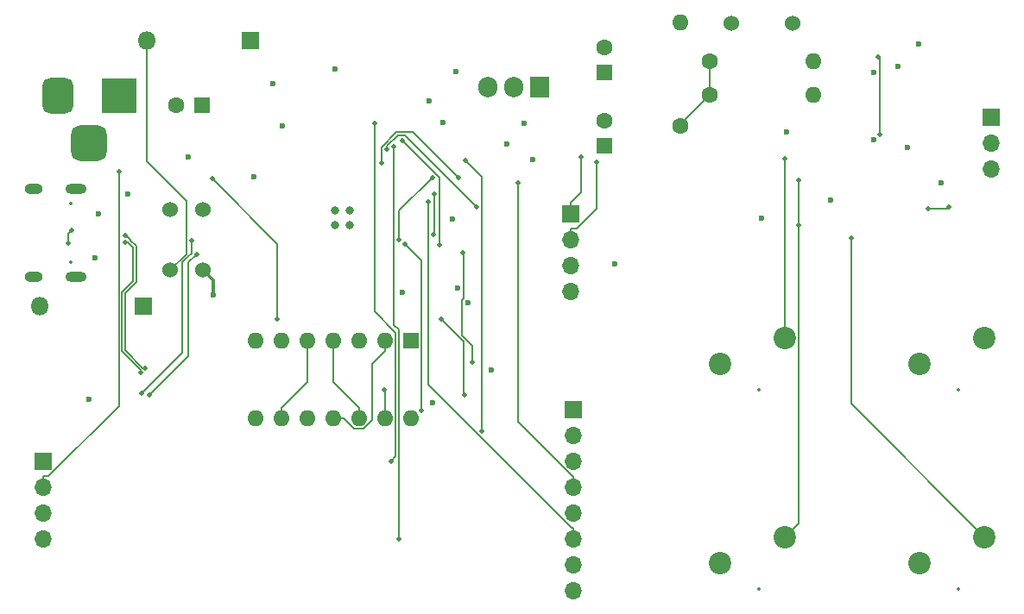
<source format=gbl>
%TF.GenerationSoftware,KiCad,Pcbnew,8.0.8*%
%TF.CreationDate,2025-02-13T18:12:52+13:00*%
%TF.ProjectId,Intelliwatch-Mk-II,496e7465-6c6c-4697-9761-7463682d4d6b,1.?*%
%TF.SameCoordinates,Original*%
%TF.FileFunction,Copper,L4,Bot*%
%TF.FilePolarity,Positive*%
%FSLAX46Y46*%
G04 Gerber Fmt 4.6, Leading zero omitted, Abs format (unit mm)*
G04 Created by KiCad (PCBNEW 8.0.8) date 2025-02-13 18:12:52*
%MOMM*%
%LPD*%
G01*
G04 APERTURE LIST*
G04 Aperture macros list*
%AMRoundRect*
0 Rectangle with rounded corners*
0 $1 Rounding radius*
0 $2 $3 $4 $5 $6 $7 $8 $9 X,Y pos of 4 corners*
0 Add a 4 corners polygon primitive as box body*
4,1,4,$2,$3,$4,$5,$6,$7,$8,$9,$2,$3,0*
0 Add four circle primitives for the rounded corners*
1,1,$1+$1,$2,$3*
1,1,$1+$1,$4,$5*
1,1,$1+$1,$6,$7*
1,1,$1+$1,$8,$9*
0 Add four rect primitives between the rounded corners*
20,1,$1+$1,$2,$3,$4,$5,0*
20,1,$1+$1,$4,$5,$6,$7,0*
20,1,$1+$1,$6,$7,$8,$9,0*
20,1,$1+$1,$8,$9,$2,$3,0*%
G04 Aperture macros list end*
%TA.AperFunction,ComponentPad*%
%ADD10R,1.700000X1.700000*%
%TD*%
%TA.AperFunction,ComponentPad*%
%ADD11O,1.700000X1.700000*%
%TD*%
%TA.AperFunction,ComponentPad*%
%ADD12C,2.200000*%
%TD*%
%TA.AperFunction,ComponentPad*%
%ADD13R,1.600000X1.600000*%
%TD*%
%TA.AperFunction,ComponentPad*%
%ADD14C,1.600000*%
%TD*%
%TA.AperFunction,ComponentPad*%
%ADD15R,1.905000X2.000000*%
%TD*%
%TA.AperFunction,ComponentPad*%
%ADD16O,1.905000X2.000000*%
%TD*%
%TA.AperFunction,ComponentPad*%
%ADD17R,1.800000X1.800000*%
%TD*%
%TA.AperFunction,ComponentPad*%
%ADD18O,1.800000X1.800000*%
%TD*%
%TA.AperFunction,ComponentPad*%
%ADD19O,1.600000X1.600000*%
%TD*%
%TA.AperFunction,ComponentPad*%
%ADD20C,1.524000*%
%TD*%
%TA.AperFunction,HeatsinkPad*%
%ADD21O,2.100000X1.000000*%
%TD*%
%TA.AperFunction,HeatsinkPad*%
%ADD22O,1.800000X1.000000*%
%TD*%
%TA.AperFunction,ComponentPad*%
%ADD23R,3.500000X3.500000*%
%TD*%
%TA.AperFunction,ComponentPad*%
%ADD24RoundRect,0.750000X-0.750000X-1.000000X0.750000X-1.000000X0.750000X1.000000X-0.750000X1.000000X0*%
%TD*%
%TA.AperFunction,ComponentPad*%
%ADD25RoundRect,0.875000X-0.875000X-0.875000X0.875000X-0.875000X0.875000X0.875000X-0.875000X0.875000X0*%
%TD*%
%TA.AperFunction,ComponentPad*%
%ADD26C,0.800000*%
%TD*%
%TA.AperFunction,ViaPad*%
%ADD27C,0.600000*%
%TD*%
%TA.AperFunction,ViaPad*%
%ADD28C,0.500000*%
%TD*%
%TA.AperFunction,Conductor*%
%ADD29C,0.137100*%
%TD*%
%TA.AperFunction,Conductor*%
%ADD30C,0.150000*%
%TD*%
%TA.AperFunction,Conductor*%
%ADD31C,0.300000*%
%TD*%
%ADD32C,0.300000*%
%ADD33C,0.350000*%
%ADD34O,1.700000X0.600000*%
%ADD35O,1.400000X0.600000*%
%ADD36O,1.000000X3.000000*%
%ADD37O,3.000000X1.000000*%
G04 APERTURE END LIST*
D10*
%TO.P,J6,1,SCL*%
%TO.N,I2C_SCL*%
X125250000Y-63550000D03*
D11*
%TO.P,J6,2,SDA*%
%TO.N,I2C_SDA*%
X125250000Y-66090000D03*
%TO.P,J6,3,VCC*%
%TO.N,+5V*%
X125250000Y-68630000D03*
%TO.P,J6,4,GND*%
%TO.N,GND*%
X125250000Y-71170000D03*
%TD*%
D12*
%TO.P,SW6,1,A*%
%TO.N,KEYSW_3*%
X146290000Y-95270000D03*
%TO.P,SW6,2,B*%
%TO.N,GND*%
X139940000Y-97810000D03*
%TD*%
D13*
%TO.P,C11,1*%
%TO.N,+3V3*%
X128600000Y-49700000D03*
D14*
%TO.P,C11,2*%
%TO.N,GND*%
X128600000Y-47200000D03*
%TD*%
D15*
%TO.P,U3,1,IN*%
%TO.N,+BATT*%
X122200000Y-51100000D03*
D16*
%TO.P,U3,2*%
%TO.N,GND*%
X119660000Y-51100000D03*
%TO.P,U3,3,OUT*%
%TO.N,+5V*%
X117120000Y-51100000D03*
%TD*%
D12*
%TO.P,SW5,1,A*%
%TO.N,KEYSW_2*%
X165830000Y-75770000D03*
%TO.P,SW5,2,B*%
%TO.N,GND*%
X159480000Y-78310000D03*
%TD*%
D17*
%TO.P,D4,1,K*%
%TO.N,+BATT*%
X93880000Y-46500000D03*
D18*
%TO.P,D4,2,A*%
%TO.N,Net-(D4-A)*%
X83720000Y-46500000D03*
%TD*%
D10*
%TO.P,J4,1,GND*%
%TO.N,GND*%
X166525000Y-54100000D03*
D11*
%TO.P,J4,2,MODE*%
%TO.N,Net-(J4-MODE)*%
X166525000Y-56640000D03*
%TO.P,J4,3,VCC*%
%TO.N,+5V*%
X166525000Y-59180000D03*
%TD*%
D12*
%TO.P,SW7,1,A*%
%TO.N,KEYSW_4*%
X165830000Y-95270000D03*
%TO.P,SW7,2,B*%
%TO.N,GND*%
X159480000Y-97810000D03*
%TD*%
D13*
%TO.P,C6,1*%
%TO.N,+5V*%
X128600000Y-56882400D03*
D14*
%TO.P,C6,2*%
%TO.N,GND*%
X128600000Y-54382400D03*
%TD*%
D17*
%TO.P,D7,1,K*%
%TO.N,+5V*%
X83330000Y-72600000D03*
D18*
%TO.P,D7,2,A*%
%TO.N,Net-(D5-K)*%
X73170000Y-72600000D03*
%TD*%
D13*
%TO.P,U1,1*%
%TO.N,Net-(U1-Pad1)*%
X109580000Y-75980000D03*
D19*
%TO.P,U1,2*%
%TO.N,RTS*%
X107040000Y-75980000D03*
%TO.P,U1,3*%
%TO.N,GND*%
X104500000Y-75980000D03*
%TO.P,U1,4*%
%TO.N,Net-(U1-Pad12)*%
X101960000Y-75980000D03*
%TO.P,U1,5*%
%TO.N,DTR*%
X99420000Y-75980000D03*
%TO.P,U1,6*%
%TO.N,GND*%
X96880000Y-75980000D03*
%TO.P,U1,7,GND*%
X94340000Y-75980000D03*
%TO.P,U1,8*%
%TO.N,Net-(U1-Pad1)*%
X94340000Y-83600000D03*
%TO.P,U1,9*%
%TO.N,DTR*%
X96880000Y-83600000D03*
%TO.P,U1,10*%
%TO.N,Net-(U1-Pad10)*%
X99420000Y-83600000D03*
%TO.P,U1,11*%
%TO.N,RTS*%
X101960000Y-83600000D03*
%TO.P,U1,12*%
%TO.N,Net-(U1-Pad12)*%
X104500000Y-83600000D03*
%TO.P,U1,13*%
%TO.N,Net-(U1-Pad13)*%
X107040000Y-83600000D03*
%TO.P,U1,14,VCC*%
%TO.N,+3V3*%
X109580000Y-83600000D03*
%TD*%
D20*
%TO.P,SW3,1,A*%
%TO.N,+3V3*%
X89200000Y-63100000D03*
%TO.P,SW3,2,B*%
%TO.N,Net-(J5-LED)*%
X89200000Y-69100000D03*
%TD*%
D21*
%TO.P,J3,S1,SHIELD*%
%TO.N,GND*%
X76800000Y-61100000D03*
D22*
X72600000Y-61100000D03*
D21*
X76800000Y-69740000D03*
D22*
X72600000Y-69740000D03*
%TD*%
D10*
%TO.P,J5,1,LED*%
%TO.N,Net-(J5-LED)*%
X125550000Y-82775000D03*
D11*
%TO.P,J5,2,SCK*%
%TO.N,VSPI_SCL*%
X125550000Y-85315000D03*
%TO.P,J5,3,SDA*%
%TO.N,VSPI_MOSI*%
X125550000Y-87855000D03*
%TO.P,J5,4,A0*%
%TO.N,TFT_A0_DC*%
X125550000Y-90395000D03*
%TO.P,J5,5,RESET*%
%TO.N,+3V3*%
X125550000Y-92935000D03*
%TO.P,J5,6,CS*%
%TO.N,CS_LCD*%
X125550000Y-95475000D03*
%TO.P,J5,7,GND*%
%TO.N,GND*%
X125550000Y-98015000D03*
%TO.P,J5,8,VCC*%
%TO.N,+3V3*%
X125550000Y-100555000D03*
D10*
%TO.P,J5,9,SD_SCK*%
%TO.N,VSPI_SCL*%
X73500000Y-87850000D03*
D11*
%TO.P,J5,10,SD_MISO*%
%TO.N,VSPI_MISO*%
X73500000Y-90390000D03*
%TO.P,J5,11,SD_MOSI*%
%TO.N,VSPI_MOSI*%
X73500000Y-92930000D03*
%TO.P,J5,12,SD_CS*%
%TO.N,CS_SD*%
X73500000Y-95470000D03*
%TD*%
D14*
%TO.P,R1,1*%
%TO.N,Net-(D3-K)*%
X136000000Y-54930000D03*
D19*
%TO.P,R1,2*%
%TO.N,Net-(J1-Pin_1)*%
X136000000Y-44770000D03*
%TD*%
D23*
%TO.P,J2,1*%
%TO.N,Net-(D1-K)*%
X81000000Y-51942500D03*
D24*
%TO.P,J2,2*%
%TO.N,GND*%
X75000000Y-51942500D03*
D25*
%TO.P,J2,3,MountPin*%
X78000000Y-56642500D03*
%TD*%
D20*
%TO.P,J1,1,Pin_1*%
%TO.N,Net-(J1-Pin_1)*%
X141000000Y-44850000D03*
%TO.P,J1,2,Pin_2*%
%TO.N,GND*%
X147000000Y-44850000D03*
%TD*%
D13*
%TO.P,C1,1*%
%TO.N,+BATT*%
X89082400Y-52900000D03*
D14*
%TO.P,C1,2*%
%TO.N,GND*%
X86582400Y-52900000D03*
%TD*%
D12*
%TO.P,SW4,1,A*%
%TO.N,KEYSW_1*%
X146290000Y-75770000D03*
%TO.P,SW4,2,B*%
%TO.N,GND*%
X139940000Y-78310000D03*
%TD*%
D26*
%TO.P,U9,39,GND*%
%TO.N,GND*%
X103600000Y-64650000D03*
X103600000Y-63250000D03*
X102200000Y-64650000D03*
X102200000Y-63250000D03*
%TD*%
D14*
%TO.P,R2,1*%
%TO.N,Net-(D3-K)*%
X138920000Y-48600000D03*
D19*
%TO.P,R2,2*%
%TO.N,GND*%
X149080000Y-48600000D03*
%TD*%
D14*
%TO.P,R3,1*%
%TO.N,Net-(D3-K)*%
X138920000Y-51850000D03*
D19*
%TO.P,R3,2*%
%TO.N,GND*%
X149080000Y-51850000D03*
%TD*%
D20*
%TO.P,SW1,1,A*%
%TO.N,Net-(D1-K)*%
X86000000Y-63100000D03*
%TO.P,SW1,2,B*%
%TO.N,Net-(D4-A)*%
X86000000Y-69100000D03*
%TD*%
D27*
%TO.N,+BATT*%
X102200000Y-49350000D03*
X120700000Y-54700000D03*
X112750000Y-54600000D03*
%TO.N,GND*%
X96100000Y-50800000D03*
X81800000Y-61600000D03*
X158300000Y-57000000D03*
X87800000Y-58000000D03*
X115200000Y-72300000D03*
X157400000Y-49100000D03*
X108800000Y-71300000D03*
X121550000Y-58250000D03*
X111750000Y-82100000D03*
X113700000Y-64100000D03*
X78050000Y-81800000D03*
X111375000Y-52475000D03*
%TO.N,+5V*%
X119000000Y-56700000D03*
%TO.N,+3V3*%
X146400000Y-55500000D03*
X94200000Y-59900000D03*
X159400000Y-46900000D03*
X155000000Y-49700000D03*
X129600000Y-68500000D03*
X150725000Y-62175000D03*
X155000000Y-56300000D03*
X117500000Y-78850000D03*
X114000000Y-49550000D03*
X161600000Y-60500000D03*
X97000000Y-54900000D03*
X144000000Y-63950000D03*
X114200000Y-70862000D03*
D28*
%TO.N,/D+*%
X76300000Y-65200000D03*
X81604500Y-66325000D03*
X76000000Y-66400000D03*
X83070190Y-79129810D03*
D27*
%TO.N,Net-(D5-K)*%
X78937400Y-63562600D03*
X78600000Y-67900000D03*
D28*
%TO.N,/D-*%
X83529810Y-78670190D03*
X81604500Y-65675000D03*
%TO.N,Net-(D8-A)*%
X162367700Y-62857300D03*
X160295900Y-63025000D03*
%TO.N,KEYSW_1*%
X146290000Y-58111400D03*
X110655200Y-82843500D03*
X108994600Y-66484400D03*
%TO.N,KEYSW_3*%
X147633000Y-64694300D03*
X147633000Y-60287100D03*
%TO.N,KEYSW_4*%
X107274700Y-57201800D03*
X152774000Y-65939200D03*
X116047200Y-62898000D03*
%TO.N,CS_SD*%
X108422900Y-95470000D03*
X107954000Y-56952800D03*
%TO.N,VSPI_MOSI*%
X106030900Y-54670700D03*
X107621400Y-87855000D03*
D27*
%TO.N,Net-(J5-LED)*%
X90200000Y-71500000D03*
D28*
%TO.N,VSPI_SCL*%
X114918900Y-58277500D03*
X116525300Y-84861700D03*
%TO.N,TFT_A0_DC*%
X120141700Y-60510100D03*
%TO.N,VSPI_MISO*%
X80954500Y-59393400D03*
%TO.N,CS_LCD*%
X111311200Y-62370000D03*
%TO.N,I2C_SDA*%
X127779900Y-58461100D03*
X155432800Y-48176200D03*
X111686300Y-59990400D03*
X108440800Y-66096700D03*
X155576700Y-55805600D03*
%TO.N,I2C_SCL*%
X126293800Y-57959100D03*
%TO.N,FL_MODE*%
X114242700Y-60033400D03*
X106698600Y-58560000D03*
%TO.N,IO0*%
X112419900Y-66575000D03*
X108754900Y-56345100D03*
%TO.N,1{slash}3 BATT_VREF*%
X111886200Y-61647500D03*
X111790500Y-65575700D03*
%TO.N,RX_USB*%
X83200000Y-81200000D03*
X88100000Y-66200000D03*
%TO.N,TX_USB*%
X88600000Y-67500000D03*
X83958474Y-81341526D03*
%TO.N,Net-(R6-Pad2)*%
X115600000Y-78100000D03*
X114700000Y-67400000D03*
%TO.N,Net-(R7-Pad1)*%
X96500000Y-73900000D03*
X90100000Y-60100000D03*
X114869999Y-81374344D03*
X112575000Y-73925000D03*
%TO.N,Net-(U1-Pad13)*%
X107000000Y-80850000D03*
%TD*%
D29*
%TO.N,/D+*%
X81256450Y-77059461D02*
X83070190Y-78873201D01*
X82356450Y-66832971D02*
X82356450Y-70140538D01*
X81604500Y-66325000D02*
X81848479Y-66325000D01*
X81256450Y-71240538D02*
X81256450Y-77059461D01*
X82356450Y-70140538D02*
X81256450Y-71240538D01*
X83070190Y-78873201D02*
X83070190Y-79129810D01*
X76000000Y-65500000D02*
X76300000Y-65200000D01*
X81848479Y-66325000D02*
X82356450Y-66832971D01*
X76000000Y-66400000D02*
X76000000Y-65500000D01*
D30*
%TO.N,Net-(D3-K)*%
X136000000Y-54770000D02*
X136000000Y-54930000D01*
X138920000Y-51850000D02*
X138920000Y-48600000D01*
X138920000Y-51850000D02*
X136000000Y-54770000D01*
%TO.N,Net-(D4-A)*%
X83720000Y-58420000D02*
X87600000Y-62300000D01*
X87600000Y-67500000D02*
X86000000Y-69100000D01*
X87600000Y-62300000D02*
X87600000Y-67500000D01*
X83720000Y-46500000D02*
X83720000Y-58420000D01*
D29*
%TO.N,/D-*%
X82643550Y-70259462D02*
X81543550Y-71359462D01*
X82073050Y-66143550D02*
X82643550Y-66714050D01*
X81543550Y-71359462D02*
X81543550Y-76940539D01*
X81543550Y-76940539D02*
X83273201Y-78670190D01*
X82073050Y-66130920D02*
X82073050Y-66143550D01*
X81604500Y-65675000D02*
X81785950Y-65856450D01*
X81798580Y-65856450D02*
X82073050Y-66130920D01*
X83273201Y-78670190D02*
X83529810Y-78670190D01*
X82643550Y-66714050D02*
X82643550Y-70259462D01*
X81785950Y-65856450D02*
X81798580Y-65856450D01*
D30*
%TO.N,Net-(D8-A)*%
X162200000Y-63025000D02*
X162367700Y-62857300D01*
X160295900Y-63025000D02*
X162200000Y-63025000D01*
%TO.N,KEYSW_1*%
X110655200Y-82843500D02*
X110655200Y-68145000D01*
X110655200Y-68145000D02*
X108994600Y-66484400D01*
X146290000Y-75770000D02*
X146290000Y-58111400D01*
%TO.N,KEYSW_3*%
X147633000Y-93927000D02*
X147633000Y-64694300D01*
X147633000Y-64694300D02*
X147633000Y-60287100D01*
X146290000Y-95270000D02*
X147633000Y-93927000D01*
%TO.N,KEYSW_4*%
X109003200Y-55854000D02*
X116047200Y-62898000D01*
X152774000Y-82214000D02*
X152774000Y-65939200D01*
X107274700Y-57201800D02*
X107274700Y-56905600D01*
X165830000Y-95270000D02*
X152774000Y-82214000D01*
X107274700Y-56905600D02*
X108326300Y-55854000D01*
X108326300Y-55854000D02*
X109003200Y-55854000D01*
%TO.N,CS_SD*%
X108422900Y-74929800D02*
X108422900Y-95470000D01*
X107954000Y-56952800D02*
X107954000Y-74460900D01*
X107954000Y-74460900D02*
X108422900Y-74929800D01*
%TO.N,VSPI_MOSI*%
X108121200Y-87355200D02*
X107621400Y-87855000D01*
X106030900Y-73114700D02*
X108121200Y-75205000D01*
X108121200Y-75205000D02*
X108121200Y-87355200D01*
X106030900Y-54670700D02*
X106030900Y-73114700D01*
D31*
%TO.N,Net-(J5-LED)*%
X90200000Y-70100000D02*
X89200000Y-69100000D01*
X90200000Y-71500000D02*
X90200000Y-70100000D01*
D30*
%TO.N,VSPI_SCL*%
X116525300Y-59883900D02*
X114918900Y-58277500D01*
X116525300Y-84861700D02*
X116525300Y-59883900D01*
%TO.N,TFT_A0_DC*%
X125550000Y-89318300D02*
X125467400Y-89318300D01*
X125467400Y-89318300D02*
X120141700Y-83992600D01*
X125550000Y-90395000D02*
X125550000Y-89318300D01*
X120141700Y-83992600D02*
X120141700Y-60510100D01*
%TO.N,VSPI_MISO*%
X80954500Y-82447600D02*
X80954500Y-59393400D01*
X74088800Y-89313300D02*
X80954500Y-82447600D01*
X73500000Y-89313300D02*
X74088800Y-89313300D01*
X73500000Y-90390000D02*
X73500000Y-89313300D01*
%TO.N,CS_LCD*%
X125387800Y-94398300D02*
X111311200Y-80321700D01*
X111311200Y-80321700D02*
X111311200Y-62370000D01*
X125550000Y-95475000D02*
X125550000Y-94398300D01*
X125550000Y-94398300D02*
X125387800Y-94398300D01*
%TO.N,I2C_SDA*%
X125838800Y-65013300D02*
X127779900Y-63072200D01*
X125250000Y-65013300D02*
X125838800Y-65013300D01*
X125250000Y-66090000D02*
X125250000Y-65013300D01*
X127779900Y-63072200D02*
X127779900Y-58461100D01*
X155576700Y-55805600D02*
X155576700Y-48320100D01*
X155576700Y-48320100D02*
X155432800Y-48176200D01*
X111686300Y-59990400D02*
X108440800Y-63235900D01*
X108440800Y-63235900D02*
X108440800Y-66096700D01*
%TO.N,I2C_SCL*%
X126293800Y-61429500D02*
X126293800Y-57959100D01*
X125250000Y-63550000D02*
X125250000Y-62473300D01*
X125250000Y-62473300D02*
X126293800Y-61429500D01*
%TO.N,FL_MODE*%
X109761600Y-55552300D02*
X114242700Y-60033400D01*
X106698600Y-57055000D02*
X108201300Y-55552300D01*
X106698600Y-58560000D02*
X106698600Y-57055000D01*
X108201300Y-55552300D02*
X109761600Y-55552300D01*
%TO.N,IO0*%
X112419900Y-66575000D02*
X112419900Y-60010100D01*
X112419900Y-60010100D02*
X108754900Y-56345100D01*
%TO.N,1{slash}3 BATT_VREF*%
X111886200Y-65480000D02*
X111886200Y-61647500D01*
X111790500Y-65575700D02*
X111886200Y-65480000D01*
%TO.N,Net-(U1-Pad12)*%
X104500000Y-82573300D02*
X101960000Y-80033300D01*
X104500000Y-83600000D02*
X104500000Y-82573300D01*
X101960000Y-80033300D02*
X101960000Y-75980000D01*
%TO.N,RTS*%
X107040000Y-75980000D02*
X107040000Y-77006700D01*
X104910000Y-84659800D02*
X105770000Y-83799800D01*
X105770000Y-83799800D02*
X105770000Y-78276700D01*
X104046500Y-84659800D02*
X104910000Y-84659800D01*
X105770000Y-78276700D02*
X107040000Y-77006700D01*
X102986700Y-83600000D02*
X104046500Y-84659800D01*
X101960000Y-83600000D02*
X102986700Y-83600000D01*
%TO.N,DTR*%
X99420000Y-80033300D02*
X99420000Y-75980000D01*
X96880000Y-82573300D02*
X99420000Y-80033300D01*
X96880000Y-83600000D02*
X96880000Y-82573300D01*
%TO.N,RX_USB*%
X87200000Y-77200000D02*
X87200000Y-68324264D01*
X88100000Y-67424264D02*
X88100000Y-66200000D01*
X87712132Y-67812132D02*
X88100000Y-67424264D01*
X87200000Y-68324264D02*
X87712132Y-67812132D01*
X83200000Y-81200000D02*
X87200000Y-77200000D01*
%TO.N,TX_USB*%
X87800000Y-77500000D02*
X87800000Y-73600000D01*
X83958474Y-81341526D02*
X87800000Y-77500000D01*
X87800000Y-73600000D02*
X87800000Y-68300000D01*
X87800000Y-68300000D02*
X88600000Y-67500000D01*
%TO.N,Net-(R6-Pad2)*%
X114700000Y-67400000D02*
X114775000Y-67475000D01*
X114775000Y-71825000D02*
X114600000Y-72000000D01*
X114600000Y-72000000D02*
X114600000Y-75525736D01*
X115600000Y-76525736D02*
X115600000Y-78100000D01*
X114775000Y-67475000D02*
X114775000Y-71825000D01*
X114600000Y-75525736D02*
X115600000Y-76525736D01*
%TO.N,Net-(R7-Pad1)*%
X114750000Y-76100000D02*
X114750000Y-81254345D01*
X96500000Y-66500000D02*
X90100000Y-60100000D01*
X96500000Y-73900000D02*
X96500000Y-66500000D01*
X114750000Y-81254345D02*
X114869999Y-81374344D01*
X114750000Y-76100000D02*
X112575000Y-73925000D01*
%TO.N,Net-(U1-Pad13)*%
X107000000Y-80850000D02*
X107040000Y-80890000D01*
X107040000Y-80890000D02*
X107040000Y-83600000D01*
%TD*%
D32*
X102200000Y-49350000D03*
X120700000Y-54700000D03*
X112750000Y-54600000D03*
X96100000Y-50800000D03*
X81800000Y-61600000D03*
X158300000Y-57000000D03*
X87800000Y-58000000D03*
X115200000Y-72300000D03*
X157400000Y-49100000D03*
X108800000Y-71300000D03*
X121550000Y-58250000D03*
X111750000Y-82100000D03*
X113700000Y-64100000D03*
X78050000Y-81800000D03*
X111375000Y-52475000D03*
X119000000Y-56700000D03*
X146400000Y-55500000D03*
X94200000Y-59900000D03*
X159400000Y-46900000D03*
X155000000Y-49700000D03*
X129600000Y-68500000D03*
X150725000Y-62175000D03*
X155000000Y-56300000D03*
X117500000Y-78850000D03*
X114000000Y-49550000D03*
X161600000Y-60500000D03*
X97000000Y-54900000D03*
X144000000Y-63950000D03*
X114200000Y-70862000D03*
X76300000Y-65200000D03*
X81604500Y-66325000D03*
X76000000Y-66400000D03*
X83070190Y-79129810D03*
X78937400Y-63562600D03*
X78600000Y-67900000D03*
X83529810Y-78670190D03*
X81604500Y-65675000D03*
X162367700Y-62857300D03*
X160295900Y-63025000D03*
X146290000Y-58111400D03*
X110655200Y-82843500D03*
X108994600Y-66484400D03*
X147633000Y-64694300D03*
X147633000Y-60287100D03*
X107274700Y-57201800D03*
X152774000Y-65939200D03*
X116047200Y-62898000D03*
X108422900Y-95470000D03*
X107954000Y-56952800D03*
X106030900Y-54670700D03*
X107621400Y-87855000D03*
X90200000Y-71500000D03*
X114918900Y-58277500D03*
X116525300Y-84861700D03*
X120141700Y-60510100D03*
X80954500Y-59393400D03*
X111311200Y-62370000D03*
X127779900Y-58461100D03*
X155432800Y-48176200D03*
X111686300Y-59990400D03*
X108440800Y-66096700D03*
X155576700Y-55805600D03*
X126293800Y-57959100D03*
X114242700Y-60033400D03*
X106698600Y-58560000D03*
X112419900Y-66575000D03*
X108754900Y-56345100D03*
X111886200Y-61647500D03*
X111790500Y-65575700D03*
X83200000Y-81200000D03*
X88100000Y-66200000D03*
X88600000Y-67500000D03*
X83958474Y-81341526D03*
X115600000Y-78100000D03*
X114700000Y-67400000D03*
X96500000Y-73900000D03*
X90100000Y-60100000D03*
X114869999Y-81374344D03*
X112575000Y-73925000D03*
X107000000Y-80850000D03*
D33*
X125250000Y-63550000D03*
X125250000Y-66090000D03*
X125250000Y-68630000D03*
X125250000Y-71170000D03*
X143750000Y-100350000D03*
X146290000Y-95270000D03*
X139940000Y-97810000D03*
X128600000Y-49700000D03*
X128600000Y-47200000D03*
X122200000Y-51100000D03*
X119660000Y-51100000D03*
X117120000Y-51100000D03*
X163290000Y-80850000D03*
X165830000Y-75770000D03*
X159480000Y-78310000D03*
X93880000Y-46500000D03*
X83720000Y-46500000D03*
X166525000Y-54100000D03*
X166525000Y-56640000D03*
X166525000Y-59180000D03*
X163290000Y-100350000D03*
X165830000Y-95270000D03*
X159480000Y-97810000D03*
X128600000Y-56882400D03*
X128600000Y-54382400D03*
X83330000Y-72600000D03*
X73170000Y-72600000D03*
X109580000Y-75980000D03*
X107040000Y-75980000D03*
X104500000Y-75980000D03*
X101960000Y-75980000D03*
X99420000Y-75980000D03*
X96880000Y-75980000D03*
X94340000Y-75980000D03*
X94340000Y-83600000D03*
X96880000Y-83600000D03*
X99420000Y-83600000D03*
X101960000Y-83600000D03*
X104500000Y-83600000D03*
X107040000Y-83600000D03*
X109580000Y-83600000D03*
X89200000Y-63100000D03*
X89200000Y-69100000D03*
X76280000Y-62530000D03*
X76280000Y-68310000D03*
D34*
X76800000Y-61100000D03*
D35*
X72600000Y-61100000D03*
D34*
X76800000Y-69740000D03*
D35*
X72600000Y-69740000D03*
D33*
X125550000Y-82775000D03*
X125550000Y-85315000D03*
X125550000Y-87855000D03*
X125550000Y-90395000D03*
X125550000Y-92935000D03*
X125550000Y-95475000D03*
X125550000Y-98015000D03*
X125550000Y-100555000D03*
X73500000Y-87850000D03*
X73500000Y-90390000D03*
X73500000Y-92930000D03*
X73500000Y-95470000D03*
X136000000Y-54930000D03*
X136000000Y-44770000D03*
D36*
X81000000Y-51942500D03*
X75000000Y-51942500D03*
D37*
X78000000Y-56642500D03*
D33*
X141000000Y-44850000D03*
X147000000Y-44850000D03*
X89082400Y-52900000D03*
X86582400Y-52900000D03*
X143750000Y-80850000D03*
X146290000Y-75770000D03*
X139940000Y-78310000D03*
X103600000Y-64650000D03*
X103600000Y-63250000D03*
X102200000Y-64650000D03*
X102200000Y-63250000D03*
X138920000Y-48600000D03*
X149080000Y-48600000D03*
X138920000Y-51850000D03*
X149080000Y-51850000D03*
X86000000Y-63100000D03*
X86000000Y-69100000D03*
M02*

</source>
